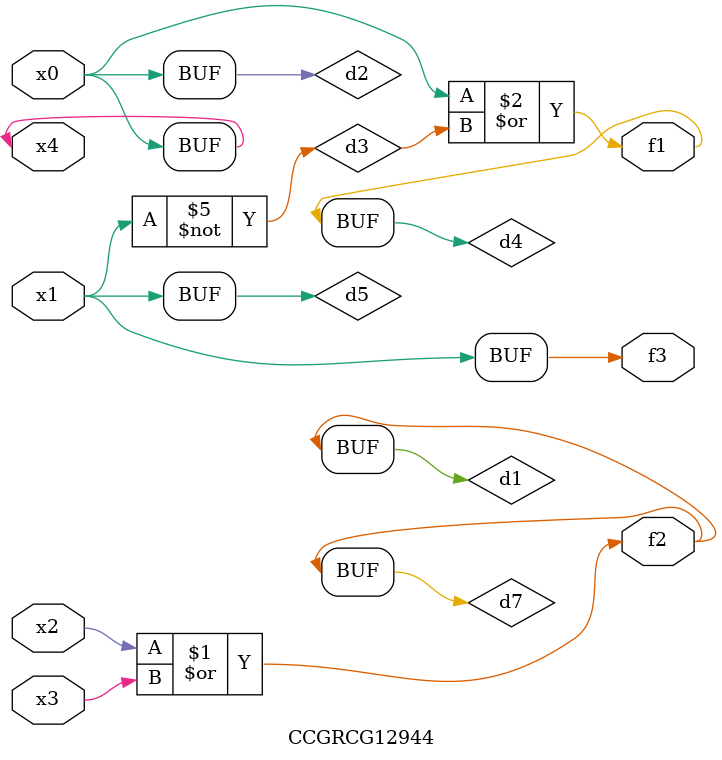
<source format=v>
module CCGRCG12944(
	input x0, x1, x2, x3, x4,
	output f1, f2, f3
);

	wire d1, d2, d3, d4, d5, d6, d7;

	or (d1, x2, x3);
	buf (d2, x0, x4);
	not (d3, x1);
	or (d4, d2, d3);
	not (d5, d3);
	nand (d6, d1, d3);
	or (d7, d1);
	assign f1 = d4;
	assign f2 = d7;
	assign f3 = d5;
endmodule

</source>
